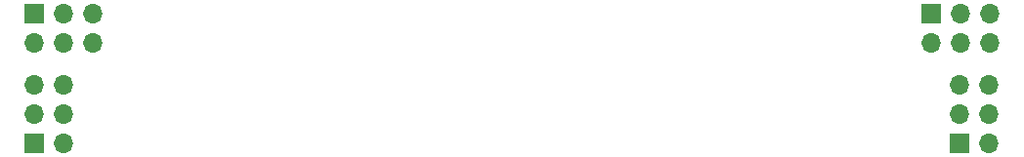
<source format=gts>
%TF.GenerationSoftware,KiCad,Pcbnew,(6.0.4-0)*%
%TF.CreationDate,2022-05-11T16:28:23-04:00*%
%TF.ProjectId,Remove_Before_Flight,52656d6f-7665-45f4-9265-666f72655f46,v02*%
%TF.SameCoordinates,Original*%
%TF.FileFunction,Soldermask,Top*%
%TF.FilePolarity,Negative*%
%FSLAX46Y46*%
G04 Gerber Fmt 4.6, Leading zero omitted, Abs format (unit mm)*
G04 Created by KiCad (PCBNEW (6.0.4-0)) date 2022-05-11 16:28:23*
%MOMM*%
%LPD*%
G01*
G04 APERTURE LIST*
%ADD10R,1.700000X1.700000*%
%ADD11O,1.700000X1.700000*%
G04 APERTURE END LIST*
D10*
%TO.C,J1*%
X123634464Y-100091262D03*
D11*
X123634464Y-102631262D03*
X126174464Y-100091262D03*
X126174464Y-102631262D03*
X128714464Y-100091262D03*
X128714464Y-102631262D03*
%TD*%
D10*
%TO.C,J2*%
X201350034Y-100111761D03*
D11*
X201350034Y-102651761D03*
X203890034Y-100111761D03*
X203890034Y-102651761D03*
X206430034Y-100111761D03*
X206430034Y-102651761D03*
%TD*%
D10*
%TO.C,J3*%
X123645626Y-111353970D03*
D11*
X126185626Y-111353970D03*
X123645626Y-108813970D03*
X126185626Y-108813970D03*
X123645626Y-106273970D03*
X126185626Y-106273970D03*
%TD*%
D10*
%TO.C,J4*%
X203844843Y-111353879D03*
D11*
X206384843Y-111353879D03*
X203844843Y-108813879D03*
X206384843Y-108813879D03*
X203844843Y-106273879D03*
X206384843Y-106273879D03*
%TD*%
M02*

</source>
